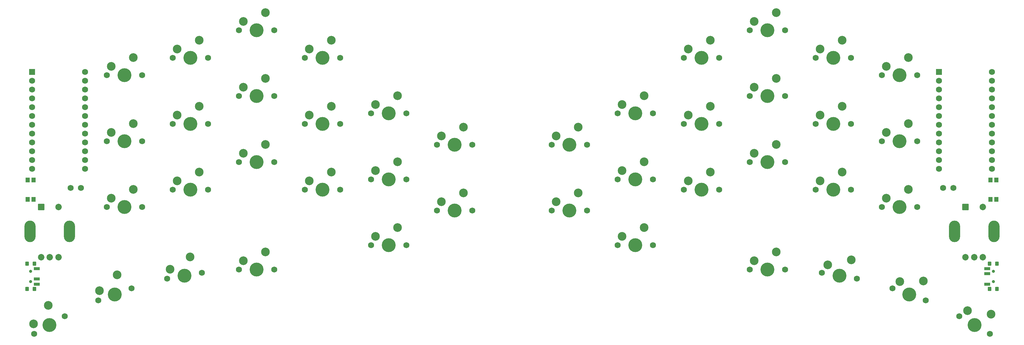
<source format=gbr>
%TF.GenerationSoftware,KiCad,Pcbnew,7.0.9*%
%TF.CreationDate,2023-11-27T10:59:26+01:00*%
%TF.ProjectId,SplitErgoLL_v2,53706c69-7445-4726-976f-4c4c5f76322e,rev?*%
%TF.SameCoordinates,Original*%
%TF.FileFunction,Soldermask,Top*%
%TF.FilePolarity,Negative*%
%FSLAX46Y46*%
G04 Gerber Fmt 4.6, Leading zero omitted, Abs format (unit mm)*
G04 Created by KiCad (PCBNEW 7.0.9) date 2023-11-27 10:59:26*
%MOMM*%
%LPD*%
G01*
G04 APERTURE LIST*
G04 Aperture macros list*
%AMRoundRect*
0 Rectangle with rounded corners*
0 $1 Rounding radius*
0 $2 $3 $4 $5 $6 $7 $8 $9 X,Y pos of 4 corners*
0 Add a 4 corners polygon primitive as box body*
4,1,4,$2,$3,$4,$5,$6,$7,$8,$9,$2,$3,0*
0 Add four circle primitives for the rounded corners*
1,1,$1+$1,$2,$3*
1,1,$1+$1,$4,$5*
1,1,$1+$1,$6,$7*
1,1,$1+$1,$8,$9*
0 Add four rect primitives between the rounded corners*
20,1,$1+$1,$2,$3,$4,$5,0*
20,1,$1+$1,$4,$5,$6,$7,0*
20,1,$1+$1,$6,$7,$8,$9,0*
20,1,$1+$1,$8,$9,$2,$3,0*%
G04 Aperture macros list end*
%ADD10C,1.750000*%
%ADD11C,4.000000*%
%ADD12C,2.500000*%
%ADD13C,0.900000*%
%ADD14RoundRect,0.102000X-0.750000X0.350000X-0.750000X-0.350000X0.750000X-0.350000X0.750000X0.350000X0*%
%ADD15RoundRect,0.102000X-0.400000X0.500000X-0.400000X-0.500000X0.400000X-0.500000X0.400000X0.500000X0*%
%ADD16RoundRect,0.102000X-0.500000X0.600000X-0.500000X-0.600000X0.500000X-0.600000X0.500000X0.600000X0*%
%ADD17RoundRect,0.102000X-0.825000X-0.825000X0.825000X-0.825000X0.825000X0.825000X-0.825000X0.825000X0*%
%ADD18C,1.854000*%
%ADD19O,3.204000X6.204000*%
%ADD20R,1.752600X1.752600*%
%ADD21C,1.752600*%
%ADD22RoundRect,0.102000X0.500000X-0.600000X0.500000X0.600000X-0.500000X0.600000X-0.500000X-0.600000X0*%
%ADD23RoundRect,0.102000X0.750000X-0.350000X0.750000X0.350000X-0.750000X0.350000X-0.750000X-0.350000X0*%
%ADD24RoundRect,0.102000X0.400000X-0.500000X0.400000X0.500000X-0.400000X0.500000X-0.400000X-0.500000X0*%
G04 APERTURE END LIST*
D10*
%TO.C,KSW41*%
X186920000Y-103000000D03*
D11*
X192000000Y-103000000D03*
D10*
X197080000Y-103000000D03*
D12*
X188190000Y-100460000D03*
X194540000Y-97920000D03*
%TD*%
D10*
%TO.C,KSW24*%
X91920000Y-121000000D03*
D11*
X97000000Y-121000000D03*
D10*
X102080000Y-121000000D03*
D12*
X93190000Y-118460000D03*
X99540000Y-115920000D03*
%TD*%
D10*
%TO.C,KSW7*%
X295920000Y-116000000D03*
D11*
X301000000Y-116000000D03*
D10*
X306080000Y-116000000D03*
D12*
X297190000Y-113460000D03*
X303540000Y-110920000D03*
%TD*%
D10*
%TO.C,KSW11*%
X276920000Y-108000000D03*
D11*
X282000000Y-108000000D03*
D10*
X287080000Y-108000000D03*
D12*
X278190000Y-105460000D03*
X284540000Y-102920000D03*
%TD*%
D13*
%TO.C,SW2*%
X70000000Y-139500000D03*
X70000000Y-142500000D03*
D14*
X71750000Y-138750000D03*
X71750000Y-141750000D03*
X71750000Y-143250000D03*
D15*
X71050000Y-137350000D03*
X68950000Y-137350000D03*
X68950000Y-144650000D03*
X71050000Y-144650000D03*
%TD*%
D10*
%TO.C,KSW4*%
X337200000Y-152460000D03*
D11*
X341599409Y-155000000D03*
D10*
X345998818Y-157540000D03*
D12*
X339569852Y-150895295D03*
X346339114Y-151870591D03*
%TD*%
D10*
%TO.C,KSW15*%
X257920000Y-116000000D03*
D11*
X263000000Y-116000000D03*
D10*
X268080000Y-116000000D03*
D12*
X259190000Y-113460000D03*
X265540000Y-110920000D03*
%TD*%
D10*
%TO.C,KSW16*%
X276920000Y-139000000D03*
D11*
X282000000Y-139000000D03*
D10*
X287080000Y-139000000D03*
D12*
X278190000Y-136460000D03*
X284540000Y-133920000D03*
%TD*%
D16*
%TO.C,Bt2*%
X70850000Y-118800000D03*
X69150000Y-118800000D03*
X70850000Y-113200000D03*
X69150000Y-113200000D03*
%TD*%
D10*
%TO.C,KSW5*%
X295920000Y-78000000D03*
D11*
X301000000Y-78000000D03*
D10*
X306080000Y-78000000D03*
D12*
X297190000Y-75460000D03*
X303540000Y-72920000D03*
%TD*%
D10*
%TO.C,KSW6*%
X295920000Y-97000000D03*
D11*
X301000000Y-97000000D03*
D10*
X306080000Y-97000000D03*
D12*
X297190000Y-94460000D03*
X303540000Y-91920000D03*
%TD*%
D17*
%TO.C,ENC2*%
X73000000Y-121000000D03*
D18*
X78000000Y-121000000D03*
X73000000Y-135500000D03*
X78000000Y-135500000D03*
X75500000Y-135500000D03*
D19*
X69800000Y-128000000D03*
X81200000Y-128000000D03*
%TD*%
D20*
%TO.C,MCU2*%
X70380000Y-82030000D03*
D21*
X70380000Y-84570000D03*
X70380000Y-87110000D03*
X70380000Y-89650000D03*
X70380000Y-92190000D03*
X70380000Y-94730000D03*
X70380000Y-97270000D03*
X70380000Y-99810000D03*
X70380000Y-102350000D03*
X70380000Y-104890000D03*
X70380000Y-107430000D03*
X70380000Y-109970000D03*
X85620000Y-109970000D03*
X85620000Y-107430000D03*
X85620000Y-104890000D03*
X85620000Y-102350000D03*
X85620000Y-99810000D03*
X85620000Y-97270000D03*
X85620000Y-94730000D03*
X85620000Y-92190000D03*
X85620000Y-89650000D03*
X85620000Y-87110000D03*
X85620000Y-84570000D03*
X85620000Y-82030000D03*
%TD*%
D10*
%TO.C,KSW40*%
X167920000Y-132000000D03*
D11*
X173000000Y-132000000D03*
D10*
X178080000Y-132000000D03*
D12*
X169190000Y-129460000D03*
X175540000Y-126920000D03*
%TD*%
D10*
%TO.C,KSW20*%
X219920000Y-103000000D03*
D11*
X225000000Y-103000000D03*
D10*
X230080000Y-103000000D03*
D12*
X221190000Y-100460000D03*
X227540000Y-97920000D03*
%TD*%
D10*
%TO.C,KSW36*%
X148920000Y-116000000D03*
D11*
X154000000Y-116000000D03*
D10*
X159080000Y-116000000D03*
D12*
X150190000Y-113460000D03*
X156540000Y-110920000D03*
%TD*%
D10*
%TO.C,KSW8*%
X318000000Y-144462538D03*
D11*
X322773639Y-146200000D03*
D10*
X327547278Y-147937462D03*
D12*
X320062141Y-142510084D03*
X326897921Y-142295093D03*
%TD*%
D10*
%TO.C,KSW27*%
X110920000Y-97000000D03*
D11*
X116000000Y-97000000D03*
D10*
X121080000Y-97000000D03*
D12*
X112190000Y-94460000D03*
X118540000Y-91920000D03*
%TD*%
D10*
%TO.C,KSW35*%
X148920000Y-97000000D03*
D11*
X154000000Y-97000000D03*
D10*
X159080000Y-97000000D03*
D12*
X150190000Y-94460000D03*
X156540000Y-91920000D03*
%TD*%
D17*
%TO.C,ENC1*%
X339000000Y-121000000D03*
D18*
X344000000Y-121000000D03*
X339000000Y-135500000D03*
X344000000Y-135500000D03*
X341500000Y-135500000D03*
D19*
X335800000Y-128000000D03*
X347200000Y-128000000D03*
%TD*%
D10*
%TO.C,KSW14*%
X257920000Y-97000000D03*
D11*
X263000000Y-97000000D03*
D10*
X268080000Y-97000000D03*
D12*
X259190000Y-94460000D03*
X265540000Y-91920000D03*
%TD*%
D10*
%TO.C,KSW38*%
X167920000Y-94000000D03*
D11*
X173000000Y-94000000D03*
D10*
X178080000Y-94000000D03*
D12*
X169190000Y-91460000D03*
X175540000Y-88920000D03*
%TD*%
D10*
%TO.C,KSW31*%
X129920000Y-89000000D03*
D11*
X135000000Y-89000000D03*
D10*
X140080000Y-89000000D03*
D12*
X131190000Y-86460000D03*
X137540000Y-83920000D03*
%TD*%
D10*
%TO.C,KSW1*%
X314920000Y-83000000D03*
D11*
X320000000Y-83000000D03*
D10*
X325080000Y-83000000D03*
D12*
X316190000Y-80460000D03*
X322540000Y-77920000D03*
%TD*%
D10*
%TO.C,KSW25*%
X71001182Y-157540000D03*
D11*
X75400591Y-155000000D03*
D10*
X79800000Y-152460000D03*
D12*
X70831034Y-154705295D03*
X75060296Y-149330591D03*
%TD*%
D10*
%TO.C,KSW22*%
X91920000Y-83000000D03*
D11*
X97000000Y-83000000D03*
D10*
X102080000Y-83000000D03*
D12*
X93190000Y-80460000D03*
X99540000Y-77920000D03*
%TD*%
D10*
%TO.C,KSW29*%
X89452722Y-147937462D03*
D11*
X94226361Y-146200000D03*
D10*
X99000000Y-144462538D03*
D12*
X89777401Y-145116277D03*
X94875718Y-140557630D03*
%TD*%
D10*
%TO.C,KSW13*%
X257920000Y-78000000D03*
D11*
X263000000Y-78000000D03*
D10*
X268080000Y-78000000D03*
D12*
X259190000Y-75460000D03*
X265540000Y-72920000D03*
%TD*%
D10*
%TO.C,KSW3*%
X314920000Y-121000000D03*
D11*
X320000000Y-121000000D03*
D10*
X325080000Y-121000000D03*
D12*
X316190000Y-118460000D03*
X322540000Y-115920000D03*
%TD*%
D22*
%TO.C,Bt1*%
X346150000Y-113200000D03*
X347850000Y-113200000D03*
X346150000Y-118800000D03*
X347850000Y-118800000D03*
%TD*%
D10*
%TO.C,KSW30*%
X129920000Y-70000000D03*
D11*
X135000000Y-70000000D03*
D10*
X140080000Y-70000000D03*
D12*
X131190000Y-67460000D03*
X137540000Y-64920000D03*
%TD*%
D10*
%TO.C,KSW39*%
X167920000Y-113000000D03*
D11*
X173000000Y-113000000D03*
D10*
X178080000Y-113000000D03*
D12*
X169190000Y-110460000D03*
X175540000Y-107920000D03*
%TD*%
D10*
%TO.C,KSW12*%
X297694354Y-139917867D03*
D11*
X302697177Y-140800000D03*
D10*
X307700000Y-141682133D03*
D12*
X299386126Y-137636989D03*
X306080721Y-136238243D03*
%TD*%
D10*
%TO.C,KSW19*%
X238920000Y-132000000D03*
D11*
X244000000Y-132000000D03*
D10*
X249080000Y-132000000D03*
D12*
X240190000Y-129460000D03*
X246540000Y-126920000D03*
%TD*%
D10*
%TO.C,KSW17*%
X238920000Y-94000000D03*
D11*
X244000000Y-94000000D03*
D10*
X249080000Y-94000000D03*
D12*
X240190000Y-91460000D03*
X246540000Y-88920000D03*
%TD*%
D10*
%TO.C,Bat 3.7V*%
X81510000Y-115527500D03*
X84490000Y-115517500D03*
%TD*%
%TO.C,Bat 3.7V*%
X332500000Y-115500000D03*
X335480000Y-115490000D03*
%TD*%
D20*
%TO.C,MCU1*%
X331380000Y-82030000D03*
D21*
X331380000Y-84570000D03*
X331380000Y-87110000D03*
X331380000Y-89650000D03*
X331380000Y-92190000D03*
X331380000Y-94730000D03*
X331380000Y-97270000D03*
X331380000Y-99810000D03*
X331380000Y-102350000D03*
X331380000Y-104890000D03*
X331380000Y-107430000D03*
X331380000Y-109970000D03*
X346620000Y-109970000D03*
X346620000Y-107430000D03*
X346620000Y-104890000D03*
X346620000Y-102350000D03*
X346620000Y-99810000D03*
X346620000Y-97270000D03*
X346620000Y-94730000D03*
X346620000Y-92190000D03*
X346620000Y-89650000D03*
X346620000Y-87110000D03*
X346620000Y-84570000D03*
X346620000Y-82030000D03*
%TD*%
D10*
%TO.C,KSW26*%
X110920000Y-78000000D03*
D11*
X116000000Y-78000000D03*
D10*
X121080000Y-78000000D03*
D12*
X112190000Y-75460000D03*
X118540000Y-72920000D03*
%TD*%
D13*
%TO.C,SW1*%
X347000000Y-142500000D03*
X347000000Y-139500000D03*
D23*
X345250000Y-143250000D03*
X345250000Y-140250000D03*
X345250000Y-138750000D03*
D24*
X345950000Y-144650000D03*
X348050000Y-144650000D03*
X348050000Y-137350000D03*
X345950000Y-137350000D03*
%TD*%
D10*
%TO.C,KSW21*%
X219920000Y-122000000D03*
D11*
X225000000Y-122000000D03*
D10*
X230080000Y-122000000D03*
D12*
X221190000Y-119460000D03*
X227540000Y-116920000D03*
%TD*%
D10*
%TO.C,KSW37*%
X129920000Y-139000000D03*
D11*
X135000000Y-139000000D03*
D10*
X140080000Y-139000000D03*
D12*
X131190000Y-136460000D03*
X137540000Y-133920000D03*
%TD*%
D10*
%TO.C,KSW10*%
X276920000Y-89000000D03*
D11*
X282000000Y-89000000D03*
D10*
X287080000Y-89000000D03*
D12*
X278190000Y-86460000D03*
X284540000Y-83920000D03*
%TD*%
D10*
%TO.C,KSW23*%
X91920000Y-102000000D03*
D11*
X97000000Y-102000000D03*
D10*
X102080000Y-102000000D03*
D12*
X93190000Y-99460000D03*
X99540000Y-96920000D03*
%TD*%
D10*
%TO.C,KSW2*%
X314920000Y-102000000D03*
D11*
X320000000Y-102000000D03*
D10*
X325080000Y-102000000D03*
D12*
X316190000Y-99460000D03*
X322540000Y-96920000D03*
%TD*%
D10*
%TO.C,KSW32*%
X129920000Y-108000000D03*
D11*
X135000000Y-108000000D03*
D10*
X140080000Y-108000000D03*
D12*
X131190000Y-105460000D03*
X137540000Y-102920000D03*
%TD*%
D10*
%TO.C,KSW34*%
X148920000Y-78000000D03*
D11*
X154000000Y-78000000D03*
D10*
X159080000Y-78000000D03*
D12*
X150190000Y-75460000D03*
X156540000Y-72920000D03*
%TD*%
D10*
%TO.C,KSW9*%
X276920000Y-70000000D03*
D11*
X282000000Y-70000000D03*
D10*
X287080000Y-70000000D03*
D12*
X278190000Y-67460000D03*
X284540000Y-64920000D03*
%TD*%
D10*
%TO.C,KSW33*%
X109294354Y-141682133D03*
D11*
X114297177Y-140800000D03*
D10*
X119300000Y-139917867D03*
D12*
X110103993Y-138960188D03*
X115916456Y-135356110D03*
%TD*%
D10*
%TO.C,KSW18*%
X238920000Y-113000000D03*
D11*
X244000000Y-113000000D03*
D10*
X249080000Y-113000000D03*
D12*
X240190000Y-110460000D03*
X246540000Y-107920000D03*
%TD*%
%TO.C,KSW42*%
X194540000Y-116920000D03*
X188190000Y-119460000D03*
D10*
X197080000Y-122000000D03*
D11*
X192000000Y-122000000D03*
D10*
X186920000Y-122000000D03*
%TD*%
%TO.C,KSW28*%
X110920000Y-116000000D03*
D11*
X116000000Y-116000000D03*
D10*
X121080000Y-116000000D03*
D12*
X112190000Y-113460000D03*
X118540000Y-110920000D03*
%TD*%
M02*

</source>
